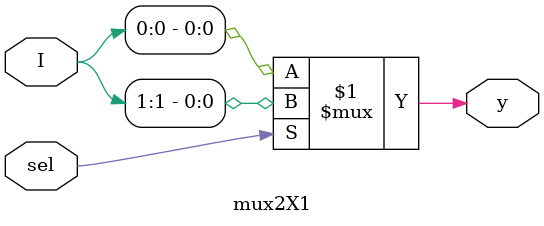
<source format=v>
`timescale 1ns / 1ps


module mux2X1(input [1:0]I,input sel,output y);
assign y=sel?I[1]:I[0];
endmodule

</source>
